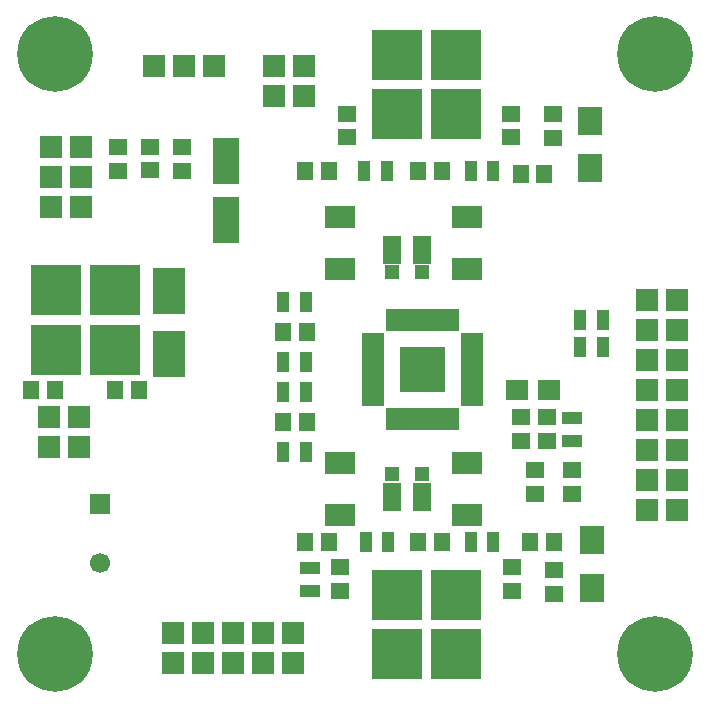
<source format=gbr>
G04 #@! TF.FileFunction,Soldermask,Bot*
%FSLAX46Y46*%
G04 Gerber Fmt 4.6, Leading zero omitted, Abs format (unit mm)*
G04 Created by KiCad (PCBNEW 0.201603091917+6614~43~ubuntu15.10.1-product) date Po 14. březen 2016, 12:34:33 CET*
%MOMM*%
G01*
G04 APERTURE LIST*
%ADD10C,0.150000*%
%ADD11R,2.600000X1.900000*%
%ADD12R,1.200000X1.200000*%
%ADD13R,1.500000X2.400000*%
%ADD14R,1.650000X1.400000*%
%ADD15R,1.400000X1.650000*%
%ADD16R,1.700000X1.700000*%
%ADD17C,1.700000*%
%ADD18R,2.200860X3.900120*%
%ADD19R,1.924000X1.924000*%
%ADD20R,4.210000X4.210000*%
%ADD21C,6.400000*%
%ADD22R,1.700000X1.100000*%
%ADD23R,2.100000X2.400000*%
%ADD24R,1.100000X1.700000*%
%ADD25R,1.900000X1.700000*%
%ADD26R,1.900000X0.700000*%
%ADD27R,0.700000X1.900000*%
%ADD28R,2.150000X2.150000*%
%ADD29C,1.000000*%
%ADD30R,2.701240X3.900120*%
G04 APERTURE END LIST*
D10*
D11*
X125730000Y-128610000D03*
X125730000Y-133010000D03*
D12*
X130175000Y-129545000D03*
D13*
X130175000Y-131445000D03*
D14*
X109664500Y-103806500D03*
X109664500Y-101806500D03*
X112395000Y-103854000D03*
X112395000Y-101854000D03*
D15*
X101584000Y-122428000D03*
X99584000Y-122428000D03*
D14*
X106997500Y-103870000D03*
X106997500Y-101870000D03*
D15*
X106696000Y-122428000D03*
X108696000Y-122428000D03*
D14*
X141082410Y-124730000D03*
X141082410Y-126730000D03*
D16*
X105410000Y-132080000D03*
D17*
X105410000Y-137080000D03*
D15*
X120920000Y-125095000D03*
X122920000Y-125095000D03*
X120920000Y-117475000D03*
X122920000Y-117475000D03*
D14*
X142240000Y-129175000D03*
X142240000Y-131175000D03*
X145415000Y-129175000D03*
X145415000Y-131175000D03*
X143256000Y-126730000D03*
X143256000Y-124730000D03*
X143891000Y-137684000D03*
X143891000Y-139684000D03*
X143827500Y-101028500D03*
X143827500Y-99028500D03*
D15*
X122825000Y-135255000D03*
X124825000Y-135255000D03*
X141875000Y-135255000D03*
X143875000Y-135255000D03*
X122825000Y-103886000D03*
X124825000Y-103886000D03*
X143049500Y-104076500D03*
X141049500Y-104076500D03*
D14*
X140335000Y-137430000D03*
X140335000Y-139430000D03*
X126365000Y-99012500D03*
X126365000Y-101012500D03*
X125730000Y-139430000D03*
X125730000Y-137430000D03*
X140271500Y-99012500D03*
X140271500Y-101012500D03*
D18*
X116141500Y-107972860D03*
X116141500Y-102974140D03*
D12*
X132715000Y-129545000D03*
D13*
X132715000Y-131445000D03*
D12*
X132715000Y-112414000D03*
D13*
X132715000Y-110514000D03*
D12*
X130175000Y-112414000D03*
D13*
X130175000Y-110514000D03*
D19*
X101282500Y-101790500D03*
X103822500Y-101790500D03*
X101282500Y-104330500D03*
X103822500Y-104330500D03*
X101282500Y-106870500D03*
X103822500Y-106870500D03*
X103695500Y-127250790D03*
X101155500Y-127250790D03*
X103695500Y-124714000D03*
X101155500Y-124714000D03*
X121793000Y-143002000D03*
X121793000Y-145542000D03*
D20*
X101743500Y-118999000D03*
X106743500Y-118999000D03*
X101743500Y-113919000D03*
X106743500Y-113919000D03*
D19*
X119253000Y-145542000D03*
X119253000Y-143002000D03*
X116713000Y-143002000D03*
X116713000Y-145542000D03*
X114173000Y-143002000D03*
X114173000Y-145542000D03*
X111633000Y-143002000D03*
X111633000Y-145542000D03*
X154305000Y-114808000D03*
X151765000Y-114808000D03*
X154305000Y-117348000D03*
X151765000Y-117348000D03*
X151765000Y-119888000D03*
X154305000Y-119888000D03*
X154305000Y-124968000D03*
X151765000Y-124968000D03*
X154305000Y-122428000D03*
X151765000Y-122428000D03*
D20*
X130556000Y-144780000D03*
X130556000Y-139780000D03*
X135572500Y-144780000D03*
X135572500Y-139780000D03*
D19*
X115125500Y-94932500D03*
X112585500Y-94932500D03*
X110045500Y-94932500D03*
X120205500Y-97472500D03*
X120205500Y-94932500D03*
X154305000Y-130048000D03*
X151765000Y-130048000D03*
X154305000Y-127508000D03*
X151765000Y-127508000D03*
X122745500Y-97472500D03*
X122745500Y-94932500D03*
X154305000Y-132588000D03*
X151765000Y-132588000D03*
D20*
X130556000Y-94060000D03*
X130556000Y-99060000D03*
X135572500Y-94060000D03*
X135572500Y-99060000D03*
D11*
X136525000Y-128610000D03*
X136525000Y-133010000D03*
X125730000Y-112182000D03*
X125730000Y-107782000D03*
X136525000Y-112182000D03*
X136525000Y-107782000D03*
D21*
X101600000Y-144780000D03*
X152400000Y-93980000D03*
X152400000Y-144780000D03*
X101600000Y-93980000D03*
D22*
X123190000Y-139380000D03*
X123190000Y-137480000D03*
D23*
X147129500Y-139128000D03*
X147129500Y-135128000D03*
D24*
X122870000Y-127635000D03*
X120970000Y-127635000D03*
X122870000Y-114935000D03*
X120970000Y-114935000D03*
X122870000Y-122555000D03*
X120970000Y-122555000D03*
X122870000Y-120015000D03*
X120970000Y-120015000D03*
D22*
X145415000Y-124780000D03*
X145415000Y-126680000D03*
D25*
X140763000Y-122364500D03*
X143463000Y-122364500D03*
D24*
X148016000Y-118745000D03*
X146116000Y-118745000D03*
D23*
X146939000Y-99600000D03*
X146939000Y-103600000D03*
D24*
X148016000Y-116459000D03*
X146116000Y-116459000D03*
X136845000Y-135255000D03*
X138745000Y-135255000D03*
X127828000Y-103886000D03*
X129728000Y-103886000D03*
X127955000Y-135255000D03*
X129855000Y-135255000D03*
X138745000Y-103886000D03*
X136845000Y-103886000D03*
D15*
X132350000Y-135255000D03*
X134350000Y-135255000D03*
X132350000Y-103886000D03*
X134350000Y-103886000D03*
D26*
X128515000Y-123400000D03*
X128515000Y-122900000D03*
X128515000Y-122400000D03*
X128515000Y-121900000D03*
X128515000Y-121400000D03*
X128515000Y-120900000D03*
X128515000Y-120400000D03*
X128515000Y-119900000D03*
X128515000Y-119400000D03*
X128515000Y-118900000D03*
X128515000Y-118400000D03*
X128515000Y-117900000D03*
D27*
X129965000Y-116450000D03*
X130465000Y-116450000D03*
X130965000Y-116450000D03*
X131465000Y-116450000D03*
X131965000Y-116450000D03*
X132465000Y-116450000D03*
X132965000Y-116450000D03*
X133465000Y-116450000D03*
X133965000Y-116450000D03*
X134465000Y-116450000D03*
X134965000Y-116450000D03*
X135465000Y-116450000D03*
D26*
X136915000Y-117900000D03*
X136915000Y-118400000D03*
X136915000Y-118900000D03*
X136915000Y-119400000D03*
X136915000Y-119900000D03*
X136915000Y-120400000D03*
X136915000Y-120900000D03*
X136915000Y-121400000D03*
X136915000Y-121900000D03*
X136915000Y-122400000D03*
X136915000Y-122900000D03*
X136915000Y-123400000D03*
D27*
X135465000Y-124850000D03*
X134965000Y-124850000D03*
X134465000Y-124850000D03*
X133965000Y-124850000D03*
X133465000Y-124850000D03*
X132965000Y-124850000D03*
X132465000Y-124850000D03*
X131965000Y-124850000D03*
X131465000Y-124850000D03*
X130965000Y-124850000D03*
X130465000Y-124850000D03*
X129965000Y-124850000D03*
D28*
X133590000Y-119775000D03*
X133590000Y-121525000D03*
X131840000Y-119775000D03*
X131840000Y-121525000D03*
D29*
X131315000Y-122050000D03*
X132215000Y-122050000D03*
X133215000Y-122050000D03*
X134115000Y-122050000D03*
X131315000Y-121150000D03*
X132215000Y-121150000D03*
X133215000Y-121150000D03*
X134115000Y-121150000D03*
X131315000Y-120150000D03*
X132215000Y-120150000D03*
X133215000Y-120150000D03*
X134115000Y-120150000D03*
X131315000Y-119250000D03*
X132215000Y-119250000D03*
X133215000Y-119250000D03*
X134115000Y-119250000D03*
D30*
X111252000Y-119380000D03*
X111252000Y-113979960D03*
M02*

</source>
